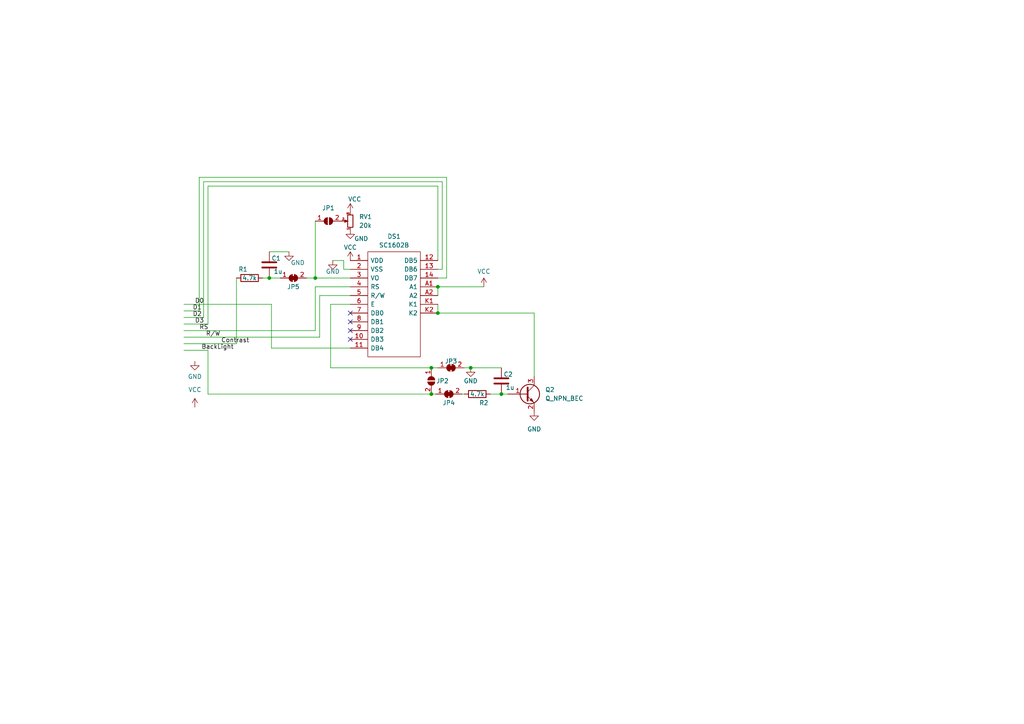
<source format=kicad_sch>
(kicad_sch (version 20230121) (generator eeschema)
  (paper "A4")
  (lib_symbols
    (symbol "Device:C" (pin_numbers hide) (pin_names (offset 0.254))
      (property "Reference" "C" (at 0.635 2.54 0))
      (property "Value" "C" (at 0.635 -2.54 0))
      (symbol "C_0_1"
        (polyline (pts (xy -2.032 -0.762) (xy 2.032 -0.762)) (stroke (width 0.508)))
        (polyline (pts (xy -2.032 0.762) (xy 2.032 0.762)) (stroke (width 0.508)))
      )
      (symbol "C_1_1"
        (pin passive line (at 0 3.81 270) (length 2.794) (name "~") (number "1"))
        (pin passive line (at 0 -3.81 90) (length 2.794) (name "~") (number "2"))
      )
    )
    (symbol "Device:Q_NPN_BEC" (pin_names (offset 0) hide)
      (property "Reference" "Q" (at 5.08 1.27 0))
      (property "Value" "Q_NPN_BEC" (at 5.08 -1.27 0))
      (symbol "Q_NPN_BEC_0_1"
        (polyline (pts (xy 0.635 0.635) (xy 2.54 2.54)))
        (polyline (pts (xy 0.635 -0.635) (xy 2.54 -2.54) (xy 2.54 -2.54)))
        (polyline (pts (xy 0.635 1.905) (xy 0.635 -1.905) (xy 0.635 -1.905)) (stroke (width 0.508)))
        (polyline (pts (xy 1.27 -1.778) (xy 1.778 -1.27) (xy 2.286 -2.286) (xy 1.27 -1.778) (xy 1.27 -1.778)) (fill (type outline)))
        (circle (center 1.27 0) (radius 2.8194) (stroke (width 0.254)))
      )
      (symbol "Q_NPN_BEC_1_1"
        (pin input line (at -5.08 0 0) (length 5.715) (name "B") (number "1"))
        (pin passive line (at 2.54 -5.08 90) (length 2.54) (name "E") (number "2"))
        (pin passive line (at 2.54 5.08 270) (length 2.54) (name "C") (number "3"))
      )
    )
    (symbol "Device:R" (pin_numbers hide) (pin_names (offset 0))
      (property "Reference" "R" (at 2.032 0 90))
      (property "Value" "R" (at 0 0 90))
      (symbol "R_0_1"
        (rectangle (start -1.016 -2.54) (end 1.016 2.54) (stroke (width 0.254)))
      )
      (symbol "R_1_1"
        (pin passive line (at 0 3.81 270) (length 1.27) (name "~") (number "1"))
        (pin passive line (at 0 -3.81 90) (length 1.27) (name "~") (number "2"))
      )
    )
    (symbol "Device:R_Potentiometer_Small" (pin_names (offset 1.016) hide)
      (property "Reference" "RV" (at -4.445 0 90))
      (property "Value" "R_Potentiometer_Small" (at -2.54 0 90))
      (symbol "R_Potentiometer_Small_0_1"
        (polyline (pts (xy 0.889 0) (xy 0.635 0) (xy 1.651 0.381) (xy 1.651 -0.381) (xy 0.635 0) (xy 0.889 0)) (fill (type outline)))
        (rectangle (start 0.762 1.8034) (end -0.762 -1.8034) (stroke (width 0.254)))
      )
      (symbol "R_Potentiometer_Small_1_1"
        (pin passive line (at 0 2.54 270) (length 0.635) (name "1") (number "1"))
        (pin passive line (at 2.54 0 180) (length 0.9906) (name "2") (number "2"))
        (pin passive line (at 0 -2.54 90) (length 0.635) (name "3") (number "3"))
      )
    )
    (symbol "Jumper:SolderJumper_2_Bridged" (pin_names (offset 0) hide)
      (property "Reference" "JP" (at 0 2.032 0))
      (property "Value" "SolderJumper_2_Bridged" (at 0 -2.54 0))
      (symbol "SolderJumper_2_Bridged_0_1"
        (rectangle (start -0.508 0.508) (end 0.508 -0.508) (fill (type outline)))
        (arc (start -0.254 1.016) (mid -1.2656 0) (end -0.254 -1.016))
        (arc (start -0.254 1.016) (mid -1.2656 0) (end -0.254 -1.016) (fill (type outline)))
        (polyline (pts (xy -0.254 1.016) (xy -0.254 -1.016)))
        (polyline (pts (xy 0.254 1.016) (xy 0.254 -1.016)))
        (arc (start 0.254 -1.016) (mid 1.2656 0) (end 0.254 1.016))
        (arc (start 0.254 -1.016) (mid 1.2656 0) (end 0.254 1.016) (fill (type outline)))
      )
      (symbol "SolderJumper_2_Bridged_1_1"
        (pin passive line (at -3.81 0 0) (length 2.54) (name "A") (number "1"))
        (pin passive line (at 3.81 0 180) (length 2.54) (name "B") (number "2"))
      )
    )
    (symbol "Jumper:SolderJumper_2_Open" (pin_names (offset 0) hide)
      (property "Reference" "JP" (at 0 2.032 0))
      (property "Value" "SolderJumper_2_Open" (at 0 -2.54 0))
      (symbol "SolderJumper_2_Open_0_1"
        (arc (start -0.254 1.016) (mid -1.2656 0) (end -0.254 -1.016))
        (arc (start -0.254 1.016) (mid -1.2656 0) (end -0.254 -1.016) (fill (type outline)))
        (polyline (pts (xy -0.254 1.016) (xy -0.254 -1.016)))
        (polyline (pts (xy 0.254 1.016) (xy 0.254 -1.016)))
        (arc (start 0.254 -1.016) (mid 1.2656 0) (end 0.254 1.016))
        (arc (start 0.254 -1.016) (mid 1.2656 0) (end 0.254 1.016) (fill (type outline)))
      )
      (symbol "SolderJumper_2_Open_1_1"
        (pin passive line (at -3.81 0 0) (length 2.54) (name "A") (number "1"))
        (pin passive line (at 3.81 0 180) (length 2.54) (name "B") (number "2"))
      )
    )
    (symbol "New_Library:SC1602B" (pin_names (offset 0.762))
      (property "Reference" "DS" (at 21.59 7.62 0))
      (property "Value" "SC1602B" (at 21.59 5.08 0))
      (symbol "SC1602B_0_0"
        (pin passive line (at 0 0 0) (length 5.08) (name "VDD") (number "1"))
        (pin passive line (at 0 -22.86 0) (length 5.08) (name "DB3") (number "10"))
        (pin passive line (at 0 -25.4 0) (length 5.08) (name "DB4") (number "11"))
        (pin passive line (at 25.4 0 180) (length 5.08) (name "DB5") (number "12"))
        (pin passive line (at 25.4 -2.54 180) (length 5.08) (name "DB6") (number "13"))
        (pin passive line (at 25.4 -5.08 180) (length 5.08) (name "DB7") (number "14"))
        (pin passive line (at 0 -2.54 0) (length 5.08) (name "VSS") (number "2"))
        (pin passive line (at 0 -5.08 0) (length 5.08) (name "VO") (number "3"))
        (pin passive line (at 0 -7.62 0) (length 5.08) (name "RS") (number "4"))
        (pin passive line (at 0 -10.16 0) (length 5.08) (name "R/W") (number "5"))
        (pin passive line (at 0 -12.7 0) (length 5.08) (name "E") (number "6"))
        (pin passive line (at 0 -15.24 0) (length 5.08) (name "DB0") (number "7"))
        (pin passive line (at 0 -17.78 0) (length 5.08) (name "DB1") (number "8"))
        (pin passive line (at 0 -20.32 0) (length 5.08) (name "DB2") (number "9"))
        (pin passive line (at 25.4 -7.62 180) (length 5.08) (name "A1") (number "A1"))
        (pin passive line (at 25.4 -10.16 180) (length 5.08) (name "A2") (number "A2"))
        (pin passive line (at 25.4 -12.7 180) (length 5.08) (name "K1") (number "K1"))
        (pin passive line (at 25.4 -15.24 180) (length 5.08) (name "K2") (number "K2"))
      )
      (symbol "SC1602B_0_1"
        (polyline (pts (xy 5.08 2.54) (xy 20.32 2.54) (xy 20.32 -27.94) (xy 5.08 -27.94) (xy 5.08 2.54)) (stroke (width 0.1524)))
      )
    )
    (symbol "power:GND" (power) (pin_names (offset 0))
      (property "Value" "GND" (at 0 -3.81 0))
      (symbol "GND_0_1"
        (polyline (pts (xy 0 0) (xy 0 -1.27) (xy 1.27 -1.27) (xy 0 -2.54) (xy -1.27 -1.27) (xy 0 -1.27)))
      )
      (symbol "GND_1_1"
        (pin power_in line (at 0 0 270) (length 0) hide (name "GND") (number "1"))
      )
    )
    (symbol "power:VCC" (power) (pin_names (offset 0))
      (property "Value" "VCC" (at 0 3.81 0))
      (symbol "VCC_0_1"
        (polyline (pts (xy -0.762 1.27) (xy 0 2.54)))
        (polyline (pts (xy 0 0) (xy 0 2.54)))
        (polyline (pts (xy 0 2.54) (xy 0.762 1.27)))
      )
      (symbol "VCC_1_1"
        (pin power_in line (at 0 0 90) (length 0) hide (name "VCC") (number "1"))
      )
    )
  )
  (junction (at 125.095 114.3))
  (junction (at 127 83.185))
  (junction (at 136.525 106.68))
  (junction (at 78.105 80.645))
  (junction (at 145.415 114.3))
  (junction (at 127 90.805))
  (junction (at 125.095 106.68))
  (junction (at 91.44 80.645))
  (no_connect (at 101.6 98.425))
  (no_connect (at 101.6 95.885))
  (no_connect (at 101.6 90.805))
  (no_connect (at 101.6 93.345))
  (wire (pts (xy 53.34 101.6) (xy 60.325 101.6)))
  (wire (pts (xy 53.34 95.885) (xy 91.44 95.885)))
  (wire (pts (xy 99.695 78.105) (xy 101.6 78.105)))
  (wire (pts (xy 101.6 100.965) (xy 78.74 100.965)))
  (wire (pts (xy 53.34 93.98) (xy 60.325 93.98)))
  (wire (pts (xy 136.525 106.68) (xy 145.415 106.68)))
  (wire (pts (xy 134.62 114.3) (xy 133.985 114.3)))
  (wire (pts (xy 91.44 83.185) (xy 91.44 95.885)))
  (wire (pts (xy 128.27 78.105) (xy 128.27 52.705)))
  (wire (pts (xy 59.055 52.705) (xy 59.055 92.075)))
  (wire (pts (xy 91.44 80.645) (xy 91.44 64.135)))
  (wire (pts (xy 95.885 88.265) (xy 95.885 106.68)))
  (wire (pts (xy 101.6 88.265) (xy 95.885 88.265)))
  (wire (pts (xy 154.94 90.805) (xy 154.94 109.22)))
  (wire (pts (xy 136.525 106.68) (xy 134.62 106.68)))
  (wire (pts (xy 53.34 99.695) (xy 68.58 99.695)))
  (wire (pts (xy 96.52 75.565) (xy 99.695 75.565)))
  (wire (pts (xy 78.74 100.965) (xy 78.74 88.265)))
  (wire (pts (xy 99.695 75.565) (xy 99.695 78.105)))
  (wire (pts (xy 127 88.265) (xy 127 90.805)))
  (wire (pts (xy 127 78.105) (xy 128.27 78.105)))
  (wire (pts (xy 78.105 73.025) (xy 83.82 73.025)))
  (wire (pts (xy 129.54 80.645) (xy 129.54 51.435)))
  (wire (pts (xy 53.34 97.79) (xy 92.71 97.79)))
  (wire (pts (xy 140.335 83.185) (xy 127 83.185)))
  (wire (pts (xy 125.095 106.68) (xy 127 106.68)))
  (wire (pts (xy 92.71 85.725) (xy 92.71 97.79)))
  (wire (pts (xy 57.785 51.435) (xy 57.785 90.17)))
  (wire (pts (xy 68.58 80.645) (xy 68.58 99.695)))
  (wire (pts (xy 101.6 83.185) (xy 91.44 83.185)))
  (wire (pts (xy 101.6 85.725) (xy 92.71 85.725)))
  (wire (pts (xy 88.9 80.645) (xy 91.44 80.645)))
  (wire (pts (xy 95.885 106.68) (xy 125.095 106.68)))
  (wire (pts (xy 60.325 114.3) (xy 125.095 114.3)))
  (wire (pts (xy 128.27 52.705) (xy 59.055 52.705)))
  (wire (pts (xy 81.28 80.645) (xy 78.105 80.645)))
  (wire (pts (xy 127 83.185) (xy 127 85.725)))
  (wire (pts (xy 147.32 114.3) (xy 145.415 114.3)))
  (wire (pts (xy 145.415 114.3) (xy 142.24 114.3)))
  (wire (pts (xy 129.54 51.435) (xy 57.785 51.435)))
  (wire (pts (xy 60.325 114.3) (xy 60.325 101.6)))
  (wire (pts (xy 53.34 88.265) (xy 78.74 88.265)))
  (wire (pts (xy 78.105 80.645) (xy 76.2 80.645)))
  (wire (pts (xy 127 90.805) (xy 154.94 90.805)))
  (wire (pts (xy 127 80.645) (xy 129.54 80.645)))
  (wire (pts (xy 60.325 53.975) (xy 60.325 93.98)))
  (wire (pts (xy 60.325 53.975) (xy 127 53.975)))
  (wire (pts (xy 53.34 90.17) (xy 57.785 90.17)))
  (wire (pts (xy 127 75.565) (xy 127 53.975)))
  (wire (pts (xy 125.095 114.3) (xy 126.365 114.3)))
  (wire (pts (xy 101.6 80.645) (xy 91.44 80.645)))
  (wire (pts (xy 53.34 92.075) (xy 59.055 92.075)))
  (label "D1" (at 55.88 90.17 0))
  (label "D3" (at 56.515 93.98 0))
  (label "RS" (at 57.785 95.885 0))
  (label "D0" (at 56.515 88.265 0))
  (label "R{slash}W" (at 59.69 97.79 0))
  (label "D2" (at 55.88 92.075 0))
  (label "BackLight" (at 58.42 101.6 0))
  (label "Contrast" (at 64.135 99.695 0))
  (symbol (lib_id "Jumper:SolderJumper_2_Bridged") (at 85.09 80.645 0) (unit 1)
    (property "Reference" "JP5" (at 85.09 83.185 0))
    (property "Value" "SolderJumper_2_Bridged" (effects hide))
    (property "Footprint" "Jumper:SolderJumper-2_P1.3mm_Bridged_RoundedPad1.0x1.5mm" (effects hide))
  )
  (symbol (lib_id "Jumper:SolderJumper_2_Bridged") (at 130.81 106.68 0) (unit 1)
    (property "Reference" "JP3" (at 130.81 104.775 0))
    (property "Value" "SolderJumper_2_Bridged" (effects hide))
    (property "Footprint" "Jumper:SolderJumper-2_P1.3mm_Bridged_RoundedPad1.0x1.5mm" (effects hide))
  )
  (symbol (lib_id "Device:C") (at 145.415 110.49 180) (unit 1)
    (property "Reference" "C2" (at 146.05 108.585 0) (effects (justify right)))
    (property "Value" "1u" (at 146.685 112.395 0) (effects (justify right)))
    (property "Footprint" "Capacitor_SMD:C_0603_1608Metric_Pad1.08x0.95mm_HandSolder" (effects hide))
  )
  (symbol (lib_id "Jumper:SolderJumper_2_Open") (at 125.095 110.49 270) (unit 1)
    (property "Reference" "JP2" (at 130.175 110.49 90) (effects (justify right)))
    (property "Value" "SolderJumper_2_Open" (effects hide))
    (property "Footprint" "Jumper:SolderJumper-2_P1.3mm_Open_TrianglePad1.0x1.5mm" (effects hide))
  )
  (symbol (lib_id "Device:R") (at 72.39 80.645 90) (unit 1)
    (property "Reference" "R1" (at 70.485 78.105 90))
    (property "Value" "4.7k" (at 72.39 80.645 90))
    (property "Footprint" "Resistor_SMD:R_0603_1608Metric_Pad0.98x0.95mm_HandSolder" (effects hide))
  )
  (symbol (lib_id "power:GND") (at 136.525 106.68 0) (unit 1)
    (property "Reference" "#PWR08" (effects hide))
    (property "Value" "GND" (at 136.525 110.49 0))
  )
  (symbol (lib_id "power:VCC") (at 101.6 75.565 0) (unit 1)
    (property "Reference" "#PWR03" (effects hide))
    (property "Value" "VCC" (at 101.6 71.755 0))
  )
  (symbol (lib_id "power:GND") (at 83.82 73.025 0) (unit 1)
    (property "Reference" "#PWR09" (effects hide))
    (property "Value" "GND" (at 86.36 76.2 0))
  )
  (symbol (lib_id "power:GND") (at 96.52 75.565 0) (unit 1)
    (property "Reference" "#PWR04" (effects hide))
    (property "Value" "GND" (at 96.52 78.74 0))
  )
  (symbol (lib_id "power:VCC") (at 56.515 118.11 0) (unit 1)
    (property "Reference" "#PWR06" (effects hide))
    (property "Value" "VCC" (at 56.515 113.03 0))
  )
  (symbol (lib_id "Device:C") (at 78.105 76.835 180) (unit 1)
    (property "Reference" "C1" (at 78.74 74.93 0) (effects (justify right)))
    (property "Value" "1u" (at 79.375 78.74 0) (effects (justify right)))
    (property "Footprint" "Capacitor_SMD:C_0603_1608Metric_Pad1.08x0.95mm_HandSolder" (effects hide))
  )
  (symbol (lib_id "power:VCC") (at 140.335 83.185 0) (unit 1)
    (property "Reference" "#PWR010" (effects hide))
    (property "Value" "VCC" (at 140.335 78.74 0))
  )
  (symbol (lib_id "Jumper:SolderJumper_2_Bridged") (at 130.175 114.3 0) (unit 1)
    (property "Reference" "JP4" (at 130.175 116.84 0))
    (property "Value" "SolderJumper_2_Bridged" (effects hide))
    (property "Footprint" "Jumper:SolderJumper-2_P1.3mm_Bridged_RoundedPad1.0x1.5mm" (effects hide))
  )
  (symbol (lib_id "Device:R") (at 138.43 114.3 90) (unit 1)
    (property "Reference" "R2" (at 140.335 116.84 90))
    (property "Value" "4.7k" (at 138.43 114.3 90))
    (property "Footprint" "Resistor_SMD:R_0603_1608Metric_Pad0.98x0.95mm_HandSolder" (effects hide))
  )
  (symbol (lib_id "New_Library:SC1602B") (at 101.6 75.565 0) (unit 1)
    (property "Reference" "DS1" (at 114.3 68.58 0))
    (property "Value" "SC1602B" (at 114.3 71.12 0))
    (property "Footprint" "samacsys:SC1602B" (effects hide))
    (property "Datasheet" "https://4donline.ihs.com/images/VipMasterIC/IC/SNRP/SNRP-S-A0001355497/SNRP-S-A0001355516-1.pdf?hkey=EF798316E3902B6ED9A73243A3159BB0" (effects hide))
    (property "Description" "16 CHARACTERS x 2 LINES LCD MODULES,2.75.5 V POWER SUPPLY, 1/16 DUTY CYCLE,8-BIT PARALLEL INTERFACE,5 x 7 DOTS WITH CURSOR,85.0 x 30.0 x 8.8 ( 12.7 LED )." (effects hide))
    (property "Height" "12.7" (effects hide))
    (property "Manufacturer_Name" "Sunlike Display" (effects hide))
    (property "Manufacturer_Part_Number" "SC1602B" (effects hide))
  )
  (symbol (lib_id "Device:R_Potentiometer_Small") (at 101.6 64.135 180) (unit 1)
    (property "Reference" "RV1" (at 104.14 62.865 0) (effects (justify right)))
    (property "Value" "20k" (at 104.14 65.405 0) (effects (justify right)))
    (property "Footprint" "Potentiometer_THT:Potentiometer_Bourns_3266Z_Horizontal" (effects hide))
  )
  (symbol (lib_id "Device:Q_NPN_BEC") (at 152.4 114.3 0) (unit 1)
    (property "Reference" "Q2" (at 158.115 113.03 0) (effects (justify left)))
    (property "Value" "Q_NPN_BEC" (at 158.115 115.57 0) (effects (justify left)))
    (property "Footprint" "Package_TO_SOT_SMD:SC-59_Handsoldering" (effects hide))
  )
  (symbol (lib_id "power:GND") (at 56.515 104.775 0) (unit 1)
    (property "Reference" "#PWR05" (effects hide))
    (property "Value" "GND" (at 56.515 109.22 0))
  )
  (symbol (lib_id "power:GND") (at 101.6 66.675 0) (unit 1)
    (property "Reference" "#PWR02" (effects hide))
    (property "Value" "GND" (at 104.775 69.215 0))
  )
  (symbol (lib_id "power:GND") (at 154.94 119.38 0) (unit 1)
    (property "Reference" "#PWR07" (effects hide))
    (property "Value" "GND" (at 154.94 124.46 0))
  )
  (symbol (lib_id "Jumper:SolderJumper_2_Open") (at 95.25 64.135 0) (unit 1)
    (property "Reference" "JP1" (at 95.25 60.325 0))
    (property "Value" "SolderJumper_2_Open" (effects hide))
    (property "Footprint" "Jumper:SolderJumper-2_P1.3mm_Open_TrianglePad1.0x1.5mm" (effects hide))
  )
  (symbol (lib_id "power:VCC") (at 101.6 61.595 0) (unit 1)
    (property "Reference" "#PWR01" (effects hide))
    (property "Value" "VCC" (at 102.87 57.785 0))
  )
)
</source>
